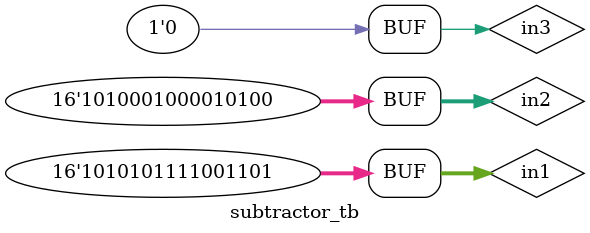
<source format=v>
module sub_16(in1,in2,in3,d,b);
input [15:0]in1,in2;
input in3;
output [15:0]d;
output b;
sub_4 r1(in1[3:0],in2[3:0],in3,d[3:0],c1);
sub_4 r2(in1[7:4],in2[7:4],c1,d[7:4],c2);
sub_4 r3(in1[11:8],in2[11:8],c2,d[11:8],c3);
sub_4 r4(in1[15:12],in2[15:12],c3,d[15:12],b);
endmodule



module sub_4(in1,in2,in3,d,b);
input [3:0]in1,in2;
input in3;
output [3:0]d;
output b;
wire c1,c2,c3;
full_sub f1(in1[0],in2[0],in3,d[0],c1);
full_sub f2(in1[1],in2[1],c1,d[1],c2);
full_sub f3(in1[2],in2[2],c2,d[2],c3);
full_sub f4(in1[3],in2[3],c3,d[3],b);

endmodule

module full_sub(in1,in2,in3,d,b);
input in1,in2,in3;
output d,b;
assign d=in1^in2^in3;
assign b=(!in1)&(in2)|(!in1)&(in3)|(in2)&(in3);
endmodule

module subtractor_tb;
reg [15:0]in1,in2;
reg in3;
wire [15:0]d;
wire b;
sub_16 s1(in1,in2,in3,d,b);
initial begin
    $dumpfile("subtractor_tb.vcd");
    $dumpvars(0,subtractor_tb);
    $display("Subtraction of 16 bit number");
    $monitor("A=%h B=%h C=%h Diff=%h Borrow=%h",in1,in2,in3,d,b);
    #10 in1=16'habcd;in2=16'ha214;in3=0;
end
endmodule

</source>
